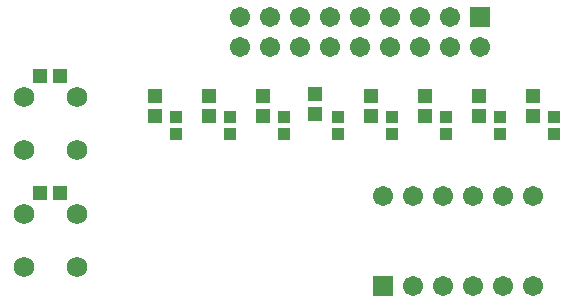
<source format=gts>
G04*
G04 #@! TF.GenerationSoftware,Altium Limited,Altium Designer,24.5.2 (23)*
G04*
G04 Layer_Color=8388736*
%FSLAX44Y44*%
%MOMM*%
G71*
G04*
G04 #@! TF.SameCoordinates,B26EB2D3-40D5-4C0D-8AB9-A0D858DAE7C2*
G04*
G04*
G04 #@! TF.FilePolarity,Negative*
G04*
G01*
G75*
%ADD16R,1.3032X1.2032*%
%ADD17R,1.0032X1.0032*%
%ADD18R,1.2032X1.3032*%
%ADD19C,1.7272*%
%ADD20R,1.7032X1.7032*%
%ADD21C,1.7032*%
%ADD22R,1.7032X1.7032*%
%ADD23C,1.7032*%
D16*
X64652Y210058D02*
D03*
X81652D02*
D03*
X64652Y110998D02*
D03*
X81652D02*
D03*
D17*
X179832Y175418D02*
D03*
Y160418D02*
D03*
X225552Y175418D02*
D03*
Y160418D02*
D03*
X271272Y175418D02*
D03*
Y160418D02*
D03*
X316992Y175418D02*
D03*
Y160418D02*
D03*
X362712Y175418D02*
D03*
Y160418D02*
D03*
X408432Y175418D02*
D03*
Y160418D02*
D03*
X454152Y175418D02*
D03*
Y160418D02*
D03*
X499872Y175418D02*
D03*
Y160418D02*
D03*
D18*
X162052Y176158D02*
D03*
Y193158D02*
D03*
X207772Y176158D02*
D03*
Y193158D02*
D03*
X253492Y176158D02*
D03*
Y193158D02*
D03*
X297180Y177428D02*
D03*
Y194428D02*
D03*
X344932Y176158D02*
D03*
Y193158D02*
D03*
X390652Y176158D02*
D03*
Y193158D02*
D03*
X436372Y176158D02*
D03*
Y193158D02*
D03*
X482092Y176158D02*
D03*
Y193158D02*
D03*
D19*
X50652Y191918D02*
D03*
X95652D02*
D03*
X50652Y146918D02*
D03*
X95652D02*
D03*
X50652Y92858D02*
D03*
X95652D02*
D03*
X50652Y47858D02*
D03*
X95652D02*
D03*
D20*
X436880Y259588D02*
D03*
D21*
X233680Y234188D02*
D03*
Y259588D02*
D03*
X259080Y234188D02*
D03*
Y259588D02*
D03*
X284480Y234188D02*
D03*
Y259588D02*
D03*
X309880Y234188D02*
D03*
Y259588D02*
D03*
X335280Y234188D02*
D03*
Y259588D02*
D03*
X360680Y234188D02*
D03*
Y259588D02*
D03*
X386080Y234188D02*
D03*
Y259588D02*
D03*
X411480Y234188D02*
D03*
Y259588D02*
D03*
X436880Y234188D02*
D03*
X482092Y32258D02*
D03*
X355092Y108458D02*
D03*
X380492D02*
D03*
X405892D02*
D03*
X431292D02*
D03*
X456692D02*
D03*
X482092D02*
D03*
D22*
X355092Y32258D02*
D03*
D23*
X380492D02*
D03*
X405892D02*
D03*
X431292D02*
D03*
X456692D02*
D03*
M02*

</source>
